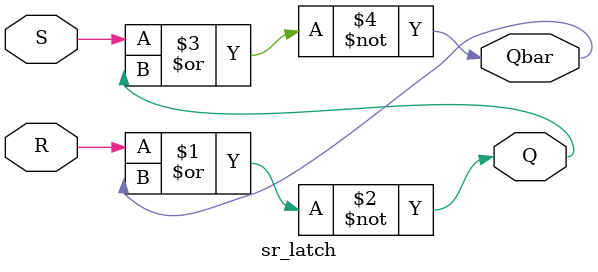
<source format=v>
module sr_latch (
    
    input  wire S,    
    input  wire R,    
    output wire Q,
    output wire Qbar
);
    
    assign Q    = ~(R | Qbar);
    assign Qbar = ~(S | Q);
endmodule

</source>
